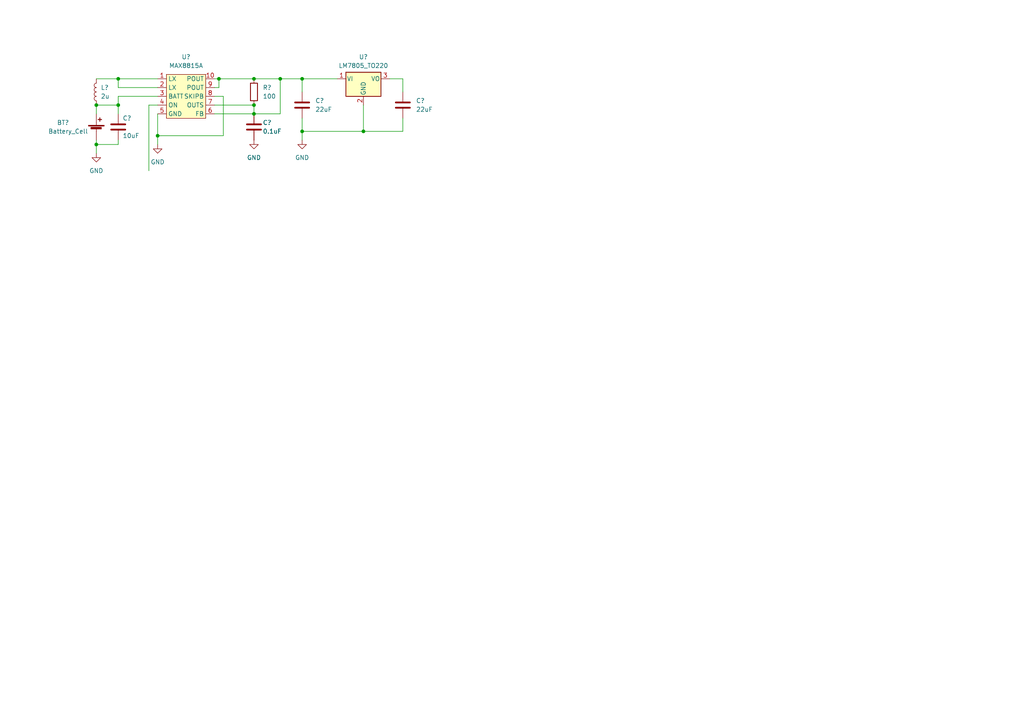
<source format=kicad_sch>
(kicad_sch (version 20211123) (generator eeschema)

  (uuid d00ccb50-7242-414f-b39f-a6e5aa4eb497)

  (paper "A4")

  (lib_symbols
    (symbol "BoostConverter:MAX8815A" (in_bom yes) (on_board yes)
      (property "Reference" "U" (id 0) (at -1.27 -8.89 0)
        (effects (font (size 1.27 1.27)))
      )
      (property "Value" "MAX8815A" (id 1) (at 0.1086 -10.5576 0)
        (effects (font (size 1.27 1.27)))
      )
      (property "Footprint" "" (id 2) (at 0 0 0)
        (effects (font (size 1.27 1.27)) hide)
      )
      (property "Datasheet" "" (id 3) (at 0 0 0)
        (effects (font (size 1.27 1.27)) hide)
      )
      (symbol "MAX8815A_0_1"
        (rectangle (start -5.08 5.08) (end 6.35 -7.62)
          (stroke (width 0) (type default) (color 0 0 0 0))
          (fill (type background))
        )
      )
      (symbol "MAX8815A_1_1"
        (pin power_in line (at -7.62 3.81 0) (length 2.54)
          (name "LX" (effects (font (size 1.27 1.27))))
          (number "1" (effects (font (size 1.27 1.27))))
        )
        (pin power_out line (at 8.89 3.81 180) (length 2.54)
          (name "POUT" (effects (font (size 1.27 1.27))))
          (number "10" (effects (font (size 1.27 1.27))))
        )
        (pin power_in line (at -7.62 1.27 0) (length 2.54)
          (name "LX" (effects (font (size 1.27 1.27))))
          (number "2" (effects (font (size 1.27 1.27))))
        )
        (pin power_in line (at -7.62 -1.27 0) (length 2.54)
          (name "BATT" (effects (font (size 1.27 1.27))))
          (number "3" (effects (font (size 1.27 1.27))))
        )
        (pin input line (at -7.62 -3.81 0) (length 2.54)
          (name "ON" (effects (font (size 1.27 1.27))))
          (number "4" (effects (font (size 1.27 1.27))))
        )
        (pin power_in line (at -7.62 -6.35 0) (length 2.54)
          (name "GND" (effects (font (size 1.27 1.27))))
          (number "5" (effects (font (size 1.27 1.27))))
        )
        (pin input line (at 8.89 -6.35 180) (length 2.54)
          (name "FB" (effects (font (size 1.27 1.27))))
          (number "6" (effects (font (size 1.27 1.27))))
        )
        (pin power_out line (at 8.89 -3.81 180) (length 2.54)
          (name "OUTS" (effects (font (size 1.27 1.27))))
          (number "7" (effects (font (size 1.27 1.27))))
        )
        (pin input line (at 8.89 -1.27 180) (length 2.54)
          (name "SKIPB" (effects (font (size 1.27 1.27))))
          (number "8" (effects (font (size 1.27 1.27))))
        )
        (pin power_out line (at 8.89 1.27 180) (length 2.54)
          (name "POUT" (effects (font (size 1.27 1.27))))
          (number "9" (effects (font (size 1.27 1.27))))
        )
      )
    )
    (symbol "Device:Battery_Cell" (pin_numbers hide) (pin_names (offset 0) hide) (in_bom yes) (on_board yes)
      (property "Reference" "BT" (id 0) (at 2.54 2.54 0)
        (effects (font (size 1.27 1.27)) (justify left))
      )
      (property "Value" "Battery_Cell" (id 1) (at 2.54 0 0)
        (effects (font (size 1.27 1.27)) (justify left))
      )
      (property "Footprint" "" (id 2) (at 0 1.524 90)
        (effects (font (size 1.27 1.27)) hide)
      )
      (property "Datasheet" "~" (id 3) (at 0 1.524 90)
        (effects (font (size 1.27 1.27)) hide)
      )
      (property "ki_keywords" "battery cell" (id 4) (at 0 0 0)
        (effects (font (size 1.27 1.27)) hide)
      )
      (property "ki_description" "Single-cell battery" (id 5) (at 0 0 0)
        (effects (font (size 1.27 1.27)) hide)
      )
      (symbol "Battery_Cell_0_1"
        (rectangle (start -2.286 1.778) (end 2.286 1.524)
          (stroke (width 0) (type default) (color 0 0 0 0))
          (fill (type outline))
        )
        (rectangle (start -1.5748 1.1938) (end 1.4732 0.6858)
          (stroke (width 0) (type default) (color 0 0 0 0))
          (fill (type outline))
        )
        (polyline
          (pts
            (xy 0 0.762)
            (xy 0 0)
          )
          (stroke (width 0) (type default) (color 0 0 0 0))
          (fill (type none))
        )
        (polyline
          (pts
            (xy 0 1.778)
            (xy 0 2.54)
          )
          (stroke (width 0) (type default) (color 0 0 0 0))
          (fill (type none))
        )
        (polyline
          (pts
            (xy 0.508 3.429)
            (xy 1.524 3.429)
          )
          (stroke (width 0.254) (type default) (color 0 0 0 0))
          (fill (type none))
        )
        (polyline
          (pts
            (xy 1.016 3.937)
            (xy 1.016 2.921)
          )
          (stroke (width 0.254) (type default) (color 0 0 0 0))
          (fill (type none))
        )
      )
      (symbol "Battery_Cell_1_1"
        (pin passive line (at 0 5.08 270) (length 2.54)
          (name "+" (effects (font (size 1.27 1.27))))
          (number "1" (effects (font (size 1.27 1.27))))
        )
        (pin passive line (at 0 -2.54 90) (length 2.54)
          (name "-" (effects (font (size 1.27 1.27))))
          (number "2" (effects (font (size 1.27 1.27))))
        )
      )
    )
    (symbol "Device:C" (pin_numbers hide) (pin_names (offset 0.254)) (in_bom yes) (on_board yes)
      (property "Reference" "C" (id 0) (at 0.635 2.54 0)
        (effects (font (size 1.27 1.27)) (justify left))
      )
      (property "Value" "C" (id 1) (at 0.635 -2.54 0)
        (effects (font (size 1.27 1.27)) (justify left))
      )
      (property "Footprint" "" (id 2) (at 0.9652 -3.81 0)
        (effects (font (size 1.27 1.27)) hide)
      )
      (property "Datasheet" "~" (id 3) (at 0 0 0)
        (effects (font (size 1.27 1.27)) hide)
      )
      (property "ki_keywords" "cap capacitor" (id 4) (at 0 0 0)
        (effects (font (size 1.27 1.27)) hide)
      )
      (property "ki_description" "Unpolarized capacitor" (id 5) (at 0 0 0)
        (effects (font (size 1.27 1.27)) hide)
      )
      (property "ki_fp_filters" "C_*" (id 6) (at 0 0 0)
        (effects (font (size 1.27 1.27)) hide)
      )
      (symbol "C_0_1"
        (polyline
          (pts
            (xy -2.032 -0.762)
            (xy 2.032 -0.762)
          )
          (stroke (width 0.508) (type default) (color 0 0 0 0))
          (fill (type none))
        )
        (polyline
          (pts
            (xy -2.032 0.762)
            (xy 2.032 0.762)
          )
          (stroke (width 0.508) (type default) (color 0 0 0 0))
          (fill (type none))
        )
      )
      (symbol "C_1_1"
        (pin passive line (at 0 3.81 270) (length 2.794)
          (name "~" (effects (font (size 1.27 1.27))))
          (number "1" (effects (font (size 1.27 1.27))))
        )
        (pin passive line (at 0 -3.81 90) (length 2.794)
          (name "~" (effects (font (size 1.27 1.27))))
          (number "2" (effects (font (size 1.27 1.27))))
        )
      )
    )
    (symbol "Device:L" (pin_numbers hide) (pin_names (offset 1.016) hide) (in_bom yes) (on_board yes)
      (property "Reference" "L" (id 0) (at -1.27 0 90)
        (effects (font (size 1.27 1.27)))
      )
      (property "Value" "L" (id 1) (at 1.905 0 90)
        (effects (font (size 1.27 1.27)))
      )
      (property "Footprint" "" (id 2) (at 0 0 0)
        (effects (font (size 1.27 1.27)) hide)
      )
      (property "Datasheet" "~" (id 3) (at 0 0 0)
        (effects (font (size 1.27 1.27)) hide)
      )
      (property "ki_keywords" "inductor choke coil reactor magnetic" (id 4) (at 0 0 0)
        (effects (font (size 1.27 1.27)) hide)
      )
      (property "ki_description" "Inductor" (id 5) (at 0 0 0)
        (effects (font (size 1.27 1.27)) hide)
      )
      (property "ki_fp_filters" "Choke_* *Coil* Inductor_* L_*" (id 6) (at 0 0 0)
        (effects (font (size 1.27 1.27)) hide)
      )
      (symbol "L_0_1"
        (arc (start 0 -2.54) (mid 0.635 -1.905) (end 0 -1.27)
          (stroke (width 0) (type default) (color 0 0 0 0))
          (fill (type none))
        )
        (arc (start 0 -1.27) (mid 0.635 -0.635) (end 0 0)
          (stroke (width 0) (type default) (color 0 0 0 0))
          (fill (type none))
        )
        (arc (start 0 0) (mid 0.635 0.635) (end 0 1.27)
          (stroke (width 0) (type default) (color 0 0 0 0))
          (fill (type none))
        )
        (arc (start 0 1.27) (mid 0.635 1.905) (end 0 2.54)
          (stroke (width 0) (type default) (color 0 0 0 0))
          (fill (type none))
        )
      )
      (symbol "L_1_1"
        (pin passive line (at 0 3.81 270) (length 1.27)
          (name "1" (effects (font (size 1.27 1.27))))
          (number "1" (effects (font (size 1.27 1.27))))
        )
        (pin passive line (at 0 -3.81 90) (length 1.27)
          (name "2" (effects (font (size 1.27 1.27))))
          (number "2" (effects (font (size 1.27 1.27))))
        )
      )
    )
    (symbol "Device:R" (pin_numbers hide) (pin_names (offset 0)) (in_bom yes) (on_board yes)
      (property "Reference" "R" (id 0) (at 2.032 0 90)
        (effects (font (size 1.27 1.27)))
      )
      (property "Value" "R" (id 1) (at 0 0 90)
        (effects (font (size 1.27 1.27)))
      )
      (property "Footprint" "" (id 2) (at -1.778 0 90)
        (effects (font (size 1.27 1.27)) hide)
      )
      (property "Datasheet" "~" (id 3) (at 0 0 0)
        (effects (font (size 1.27 1.27)) hide)
      )
      (property "ki_keywords" "R res resistor" (id 4) (at 0 0 0)
        (effects (font (size 1.27 1.27)) hide)
      )
      (property "ki_description" "Resistor" (id 5) (at 0 0 0)
        (effects (font (size 1.27 1.27)) hide)
      )
      (property "ki_fp_filters" "R_*" (id 6) (at 0 0 0)
        (effects (font (size 1.27 1.27)) hide)
      )
      (symbol "R_0_1"
        (rectangle (start -1.016 -2.54) (end 1.016 2.54)
          (stroke (width 0.254) (type default) (color 0 0 0 0))
          (fill (type none))
        )
      )
      (symbol "R_1_1"
        (pin passive line (at 0 3.81 270) (length 1.27)
          (name "~" (effects (font (size 1.27 1.27))))
          (number "1" (effects (font (size 1.27 1.27))))
        )
        (pin passive line (at 0 -3.81 90) (length 1.27)
          (name "~" (effects (font (size 1.27 1.27))))
          (number "2" (effects (font (size 1.27 1.27))))
        )
      )
    )
    (symbol "Regulator_Linear:LM7805_TO220" (pin_names (offset 0.254)) (in_bom yes) (on_board yes)
      (property "Reference" "U" (id 0) (at -3.81 3.175 0)
        (effects (font (size 1.27 1.27)))
      )
      (property "Value" "LM7805_TO220" (id 1) (at 0 3.175 0)
        (effects (font (size 1.27 1.27)) (justify left))
      )
      (property "Footprint" "Package_TO_SOT_THT:TO-220-3_Vertical" (id 2) (at 0 5.715 0)
        (effects (font (size 1.27 1.27) italic) hide)
      )
      (property "Datasheet" "https://www.onsemi.cn/PowerSolutions/document/MC7800-D.PDF" (id 3) (at 0 -1.27 0)
        (effects (font (size 1.27 1.27)) hide)
      )
      (property "ki_keywords" "Voltage Regulator 1A Positive" (id 4) (at 0 0 0)
        (effects (font (size 1.27 1.27)) hide)
      )
      (property "ki_description" "Positive 1A 35V Linear Regulator, Fixed Output 5V, TO-220" (id 5) (at 0 0 0)
        (effects (font (size 1.27 1.27)) hide)
      )
      (property "ki_fp_filters" "TO?220*" (id 6) (at 0 0 0)
        (effects (font (size 1.27 1.27)) hide)
      )
      (symbol "LM7805_TO220_0_1"
        (rectangle (start -5.08 1.905) (end 5.08 -5.08)
          (stroke (width 0.254) (type default) (color 0 0 0 0))
          (fill (type background))
        )
      )
      (symbol "LM7805_TO220_1_1"
        (pin power_in line (at -7.62 0 0) (length 2.54)
          (name "VI" (effects (font (size 1.27 1.27))))
          (number "1" (effects (font (size 1.27 1.27))))
        )
        (pin power_in line (at 0 -7.62 90) (length 2.54)
          (name "GND" (effects (font (size 1.27 1.27))))
          (number "2" (effects (font (size 1.27 1.27))))
        )
        (pin power_out line (at 7.62 0 180) (length 2.54)
          (name "VO" (effects (font (size 1.27 1.27))))
          (number "3" (effects (font (size 1.27 1.27))))
        )
      )
    )
    (symbol "power:GND" (power) (pin_names (offset 0)) (in_bom yes) (on_board yes)
      (property "Reference" "#PWR" (id 0) (at 0 -6.35 0)
        (effects (font (size 1.27 1.27)) hide)
      )
      (property "Value" "GND" (id 1) (at 0 -3.81 0)
        (effects (font (size 1.27 1.27)))
      )
      (property "Footprint" "" (id 2) (at 0 0 0)
        (effects (font (size 1.27 1.27)) hide)
      )
      (property "Datasheet" "" (id 3) (at 0 0 0)
        (effects (font (size 1.27 1.27)) hide)
      )
      (property "ki_keywords" "power-flag" (id 4) (at 0 0 0)
        (effects (font (size 1.27 1.27)) hide)
      )
      (property "ki_description" "Power symbol creates a global label with name \"GND\" , ground" (id 5) (at 0 0 0)
        (effects (font (size 1.27 1.27)) hide)
      )
      (symbol "GND_0_1"
        (polyline
          (pts
            (xy 0 0)
            (xy 0 -1.27)
            (xy 1.27 -1.27)
            (xy 0 -2.54)
            (xy -1.27 -1.27)
            (xy 0 -1.27)
          )
          (stroke (width 0) (type default) (color 0 0 0 0))
          (fill (type none))
        )
      )
      (symbol "GND_1_1"
        (pin power_in line (at 0 0 270) (length 0) hide
          (name "GND" (effects (font (size 1.27 1.27))))
          (number "1" (effects (font (size 1.27 1.27))))
        )
      )
    )
  )

  (junction (at 73.66 30.48) (diameter 0) (color 0 0 0 0)
    (uuid 0da76a11-40fc-4572-8f04-4c9c2b0ff155)
  )
  (junction (at 87.63 38.1) (diameter 0) (color 0 0 0 0)
    (uuid 2b22b423-6b81-490a-98fe-44682586d05f)
  )
  (junction (at 105.41 38.1) (diameter 0) (color 0 0 0 0)
    (uuid 3b8f749f-062c-4bd2-9830-e3ff4386c434)
  )
  (junction (at 45.72 39.37) (diameter 0) (color 0 0 0 0)
    (uuid 3e54a3db-8dc5-467d-9247-4dbd6f703a5c)
  )
  (junction (at 87.63 22.86) (diameter 0) (color 0 0 0 0)
    (uuid 52642cf0-7919-4244-87b2-eb872ea01b83)
  )
  (junction (at 34.29 22.86) (diameter 0) (color 0 0 0 0)
    (uuid 68b936be-0772-4cc9-b776-8a48036412f1)
  )
  (junction (at 27.94 30.48) (diameter 0) (color 0 0 0 0)
    (uuid 847db007-44f2-41d3-b859-031efade64fb)
  )
  (junction (at 27.94 41.91) (diameter 0) (color 0 0 0 0)
    (uuid 900f5f0b-5bb1-4fd2-981a-41d49612340b)
  )
  (junction (at 34.29 30.48) (diameter 0) (color 0 0 0 0)
    (uuid 9a7f444b-1098-425c-8f3a-d6b3f5964166)
  )
  (junction (at 81.28 22.86) (diameter 0) (color 0 0 0 0)
    (uuid a1dbb1c9-6a30-46bd-8b60-b3052c3fc960)
  )
  (junction (at 63.5 22.86) (diameter 0) (color 0 0 0 0)
    (uuid de02bf82-c524-4521-a9d9-f0ab84f09584)
  )
  (junction (at 73.66 22.86) (diameter 0) (color 0 0 0 0)
    (uuid f1d90487-40e2-4236-a857-5ec13730d47a)
  )
  (junction (at 73.66 33.02) (diameter 0) (color 0 0 0 0)
    (uuid f1ea9a82-0f49-432f-86a6-38d83b574ea4)
  )

  (wire (pts (xy 105.41 38.1) (xy 87.63 38.1))
    (stroke (width 0) (type default) (color 0 0 0 0))
    (uuid 05569e10-bee8-43b9-aa20-4f33b9c2940b)
  )
  (wire (pts (xy 73.66 22.86) (xy 81.28 22.86))
    (stroke (width 0) (type default) (color 0 0 0 0))
    (uuid 0ddabc30-ec78-4a51-bacc-0b3273f660b2)
  )
  (wire (pts (xy 116.84 38.1) (xy 105.41 38.1))
    (stroke (width 0) (type default) (color 0 0 0 0))
    (uuid 111e4c60-f837-467f-ab00-98c3890769b5)
  )
  (wire (pts (xy 73.66 33.02) (xy 73.66 30.48))
    (stroke (width 0) (type default) (color 0 0 0 0))
    (uuid 2cd5d764-f76e-4f2a-8434-c8dde7392359)
  )
  (wire (pts (xy 27.94 41.91) (xy 27.94 40.64))
    (stroke (width 0) (type default) (color 0 0 0 0))
    (uuid 2d164512-5a82-4826-9ee4-d299c6e6923e)
  )
  (wire (pts (xy 63.5 22.86) (xy 73.66 22.86))
    (stroke (width 0) (type default) (color 0 0 0 0))
    (uuid 2f067c77-0a25-4489-bd10-d804f4bd820c)
  )
  (wire (pts (xy 116.84 22.86) (xy 116.84 26.67))
    (stroke (width 0) (type default) (color 0 0 0 0))
    (uuid 2fae6199-1262-46ac-aeba-eea2cdb813a0)
  )
  (wire (pts (xy 81.28 22.86) (xy 87.63 22.86))
    (stroke (width 0) (type default) (color 0 0 0 0))
    (uuid 32be20c6-d280-40e2-8e0c-8dc5c60b0d32)
  )
  (wire (pts (xy 27.94 30.48) (xy 34.29 30.48))
    (stroke (width 0) (type default) (color 0 0 0 0))
    (uuid 4027ffa6-0323-4f32-841b-a03445f7f787)
  )
  (wire (pts (xy 87.63 22.86) (xy 97.79 22.86))
    (stroke (width 0) (type default) (color 0 0 0 0))
    (uuid 414669a0-7086-494b-9cab-7a959401ec56)
  )
  (wire (pts (xy 62.23 25.4) (xy 63.5 25.4))
    (stroke (width 0) (type default) (color 0 0 0 0))
    (uuid 41541485-2936-47ea-8d06-40b08ffb3373)
  )
  (wire (pts (xy 34.29 33.02) (xy 34.29 30.48))
    (stroke (width 0) (type default) (color 0 0 0 0))
    (uuid 47480483-07d9-4f7c-93a5-70031014f09f)
  )
  (wire (pts (xy 45.72 33.02) (xy 45.72 39.37))
    (stroke (width 0) (type default) (color 0 0 0 0))
    (uuid 47bd432b-d698-4f98-9e11-7804ff120cd8)
  )
  (wire (pts (xy 63.5 25.4) (xy 63.5 22.86))
    (stroke (width 0) (type default) (color 0 0 0 0))
    (uuid 4b0ed5ff-1aac-44e5-ad7a-f95662500952)
  )
  (wire (pts (xy 43.18 30.48) (xy 43.18 49.53))
    (stroke (width 0) (type default) (color 0 0 0 0))
    (uuid 4d4da63b-a36f-4b8e-889b-6ec5f3b3aa0b)
  )
  (wire (pts (xy 62.23 30.48) (xy 73.66 30.48))
    (stroke (width 0) (type default) (color 0 0 0 0))
    (uuid 621b23df-3920-4f5d-83d7-63a8437c8a16)
  )
  (wire (pts (xy 64.77 39.37) (xy 64.77 27.94))
    (stroke (width 0) (type default) (color 0 0 0 0))
    (uuid 6672c21e-2c69-4383-abfd-03a0a4120d75)
  )
  (wire (pts (xy 34.29 40.64) (xy 34.29 41.91))
    (stroke (width 0) (type default) (color 0 0 0 0))
    (uuid 72d66134-4387-459d-b132-512b91add4d7)
  )
  (wire (pts (xy 73.66 33.02) (xy 81.28 33.02))
    (stroke (width 0) (type default) (color 0 0 0 0))
    (uuid 73179906-cf27-42ed-a2b6-ed217a4998b6)
  )
  (wire (pts (xy 62.23 22.86) (xy 63.5 22.86))
    (stroke (width 0) (type default) (color 0 0 0 0))
    (uuid 7d471ae7-4490-4708-9e69-56df87ed1c23)
  )
  (wire (pts (xy 45.72 39.37) (xy 64.77 39.37))
    (stroke (width 0) (type default) (color 0 0 0 0))
    (uuid 7d5fced8-e7f5-4819-9584-d06dae495b4f)
  )
  (wire (pts (xy 27.94 41.91) (xy 34.29 41.91))
    (stroke (width 0) (type default) (color 0 0 0 0))
    (uuid 7fe29fda-d468-4996-8831-49bfb2c51c48)
  )
  (wire (pts (xy 87.63 38.1) (xy 87.63 40.64))
    (stroke (width 0) (type default) (color 0 0 0 0))
    (uuid 9586d280-d6b3-46a8-a674-a2a6dc5fa8d2)
  )
  (wire (pts (xy 27.94 30.48) (xy 27.94 33.02))
    (stroke (width 0) (type default) (color 0 0 0 0))
    (uuid 9bab4ac1-5005-44ee-8be1-3aad2a3b012c)
  )
  (wire (pts (xy 43.18 30.48) (xy 45.72 30.48))
    (stroke (width 0) (type default) (color 0 0 0 0))
    (uuid 9cd5e56e-5432-4fa0-ae1f-515e2f512c77)
  )
  (wire (pts (xy 27.94 44.45) (xy 27.94 41.91))
    (stroke (width 0) (type default) (color 0 0 0 0))
    (uuid abde6a16-5b25-4d2d-a656-45b5540a5ced)
  )
  (wire (pts (xy 34.29 25.4) (xy 45.72 25.4))
    (stroke (width 0) (type default) (color 0 0 0 0))
    (uuid b2eaa144-5814-46d9-a183-5c524525d352)
  )
  (wire (pts (xy 34.29 25.4) (xy 34.29 22.86))
    (stroke (width 0) (type default) (color 0 0 0 0))
    (uuid b43396ca-ea48-49f6-b48b-ef295071acc5)
  )
  (wire (pts (xy 27.94 22.86) (xy 34.29 22.86))
    (stroke (width 0) (type default) (color 0 0 0 0))
    (uuid bb6b2222-1959-4d9a-af03-14a4664944b8)
  )
  (wire (pts (xy 87.63 22.86) (xy 87.63 26.67))
    (stroke (width 0) (type default) (color 0 0 0 0))
    (uuid bbfa4d6b-09c4-4ff0-911e-f1b28ea2b15a)
  )
  (wire (pts (xy 105.41 30.48) (xy 105.41 38.1))
    (stroke (width 0) (type default) (color 0 0 0 0))
    (uuid c48cc149-dcf5-4d54-a162-0261a44da86f)
  )
  (wire (pts (xy 81.28 33.02) (xy 81.28 22.86))
    (stroke (width 0) (type default) (color 0 0 0 0))
    (uuid caeedc44-592f-4f3f-ad4b-16697e100aba)
  )
  (wire (pts (xy 34.29 27.94) (xy 34.29 30.48))
    (stroke (width 0) (type default) (color 0 0 0 0))
    (uuid d07a7f7a-4919-4d58-af86-c83b9c15c654)
  )
  (wire (pts (xy 34.29 27.94) (xy 45.72 27.94))
    (stroke (width 0) (type default) (color 0 0 0 0))
    (uuid d3aca014-7953-4640-a876-9da821b49242)
  )
  (wire (pts (xy 62.23 27.94) (xy 64.77 27.94))
    (stroke (width 0) (type default) (color 0 0 0 0))
    (uuid d801585f-69ab-4591-94a6-6ec995d9d8fa)
  )
  (wire (pts (xy 34.29 22.86) (xy 45.72 22.86))
    (stroke (width 0) (type default) (color 0 0 0 0))
    (uuid d82e7790-0753-4656-bd54-96610a934133)
  )
  (wire (pts (xy 62.23 33.02) (xy 73.66 33.02))
    (stroke (width 0) (type default) (color 0 0 0 0))
    (uuid e096ef24-0e54-4079-88bd-c17499923535)
  )
  (wire (pts (xy 113.03 22.86) (xy 116.84 22.86))
    (stroke (width 0) (type default) (color 0 0 0 0))
    (uuid e1f6eeac-ee4a-4499-a030-3ce5d801a371)
  )
  (wire (pts (xy 116.84 34.29) (xy 116.84 38.1))
    (stroke (width 0) (type default) (color 0 0 0 0))
    (uuid e541f8a5-ddef-425f-85cd-4ee55042eeb1)
  )
  (wire (pts (xy 45.72 39.37) (xy 45.72 41.91))
    (stroke (width 0) (type default) (color 0 0 0 0))
    (uuid f384d83f-91be-43f9-8f6b-480eb2a73bf5)
  )
  (wire (pts (xy 87.63 34.29) (xy 87.63 38.1))
    (stroke (width 0) (type default) (color 0 0 0 0))
    (uuid ffb1275a-5b4b-4b64-bafb-6b81633092eb)
  )

  (symbol (lib_id "Device:R") (at 73.66 26.67 0) (unit 1)
    (in_bom yes) (on_board yes) (fields_autoplaced)
    (uuid 0479c1e9-701e-477b-8b5b-a7fd4b6d5b65)
    (property "Reference" "R?" (id 0) (at 76.2 25.3999 0)
      (effects (font (size 1.27 1.27)) (justify left))
    )
    (property "Value" "100" (id 1) (at 76.2 27.9399 0)
      (effects (font (size 1.27 1.27)) (justify left))
    )
    (property "Footprint" "" (id 2) (at 71.882 26.67 90)
      (effects (font (size 1.27 1.27)) hide)
    )
    (property "Datasheet" "~" (id 3) (at 73.66 26.67 0)
      (effects (font (size 1.27 1.27)) hide)
    )
    (pin "1" (uuid 6a0866b6-83b2-453a-91ff-6216fc1e5b3b))
    (pin "2" (uuid b774eb5a-f1f8-44db-a5bc-4f97870ee67e))
  )

  (symbol (lib_id "Device:Battery_Cell") (at 27.94 38.1 0) (unit 1)
    (in_bom yes) (on_board yes)
    (uuid 30066f24-5a22-4837-b25f-1b6923ccd81f)
    (property "Reference" "BT?" (id 0) (at 16.51 35.56 0)
      (effects (font (size 1.27 1.27)) (justify left))
    )
    (property "Value" "Battery_Cell" (id 1) (at 13.97 38.1 0)
      (effects (font (size 1.27 1.27)) (justify left))
    )
    (property "Footprint" "" (id 2) (at 27.94 36.576 90)
      (effects (font (size 1.27 1.27)) hide)
    )
    (property "Datasheet" "~" (id 3) (at 27.94 36.576 90)
      (effects (font (size 1.27 1.27)) hide)
    )
    (pin "1" (uuid d8c13d7e-f9de-45bb-b905-a210a23b2ed7))
    (pin "2" (uuid 307b6586-2353-43d4-b74c-09e978a653d9))
  )

  (symbol (lib_id "Device:C") (at 34.29 36.83 0) (unit 1)
    (in_bom yes) (on_board yes)
    (uuid 40523e18-ecf4-4b19-8645-1313065493fa)
    (property "Reference" "C?" (id 0) (at 35.56 34.29 0)
      (effects (font (size 1.27 1.27)) (justify left))
    )
    (property "Value" "10uF" (id 1) (at 35.56 39.37 0)
      (effects (font (size 1.27 1.27)) (justify left))
    )
    (property "Footprint" "" (id 2) (at 35.2552 40.64 0)
      (effects (font (size 1.27 1.27)) hide)
    )
    (property "Datasheet" "~" (id 3) (at 34.29 36.83 0)
      (effects (font (size 1.27 1.27)) hide)
    )
    (pin "1" (uuid ece6eb1b-3a91-48bc-a0da-ccb125a3d106))
    (pin "2" (uuid a0b44dde-ff1c-4f00-8b4a-312e87b8907d))
  )

  (symbol (lib_id "power:GND") (at 73.66 40.64 0) (unit 1)
    (in_bom yes) (on_board yes)
    (uuid 454b2983-a92c-4e31-ae52-6d9720de61ab)
    (property "Reference" "#PWR?" (id 0) (at 73.66 46.99 0)
      (effects (font (size 1.27 1.27)) hide)
    )
    (property "Value" "GND" (id 1) (at 73.66 45.72 0))
    (property "Footprint" "" (id 2) (at 73.66 40.64 0)
      (effects (font (size 1.27 1.27)) hide)
    )
    (property "Datasheet" "" (id 3) (at 73.66 40.64 0)
      (effects (font (size 1.27 1.27)) hide)
    )
    (pin "1" (uuid 964e09fe-4910-4c15-9f74-200b9097ad4e))
  )

  (symbol (lib_id "BoostConverter:MAX8815A") (at 53.34 26.67 0) (unit 1)
    (in_bom yes) (on_board yes) (fields_autoplaced)
    (uuid 4b2ac369-827b-4d6a-9b1d-57c432b4a513)
    (property "Reference" "U?" (id 0) (at 53.975 16.51 0))
    (property "Value" "MAX8815A" (id 1) (at 53.975 19.05 0))
    (property "Footprint" "" (id 2) (at 53.34 26.67 0)
      (effects (font (size 1.27 1.27)) hide)
    )
    (property "Datasheet" "" (id 3) (at 53.34 26.67 0)
      (effects (font (size 1.27 1.27)) hide)
    )
    (pin "1" (uuid ed2bb1ae-d9f3-4db7-8864-ca925386f59f))
    (pin "10" (uuid 81d2294f-6397-45c1-877d-614ef602a235))
    (pin "2" (uuid f4e99b24-0359-4a98-8d8c-a515429182f7))
    (pin "3" (uuid 433675bf-e830-4adf-80e3-cf33ad408ab3))
    (pin "4" (uuid 78de7a83-0a7e-4685-9817-8dc14655b89a))
    (pin "5" (uuid b5d1e8f9-b354-4368-a7a7-42de705d9b47))
    (pin "6" (uuid 85b9985a-0fb2-4f62-8b34-f9e127006c21))
    (pin "7" (uuid d672011e-55d7-4806-a96a-f12f350db32f))
    (pin "8" (uuid 54974003-f042-4a7d-8518-e69f21dc4af1))
    (pin "9" (uuid 40380eb7-da29-44d4-af0a-fa5056914511))
  )

  (symbol (lib_id "Regulator_Linear:LM7805_TO220") (at 105.41 22.86 0) (unit 1)
    (in_bom yes) (on_board yes)
    (uuid 6a20ea50-822d-4979-a7b5-d8e966049eaa)
    (property "Reference" "U?" (id 0) (at 105.41 16.51 0))
    (property "Value" "LM7805_TO220" (id 1) (at 105.41 19.05 0))
    (property "Footprint" "Package_TO_SOT_THT:TO-220-3_Vertical" (id 2) (at 105.41 17.145 0)
      (effects (font (size 1.27 1.27) italic) hide)
    )
    (property "Datasheet" "https://www.onsemi.cn/PowerSolutions/document/MC7800-D.PDF" (id 3) (at 105.41 24.13 0)
      (effects (font (size 1.27 1.27)) hide)
    )
    (pin "1" (uuid 62837c90-a44c-4f0a-8cfb-1189b9605de0))
    (pin "2" (uuid f21666d4-a66b-4de9-8da9-ab6928821c7d))
    (pin "3" (uuid 1c8ece7d-054f-46fc-845a-a79a2ee55c97))
  )

  (symbol (lib_id "power:GND") (at 45.72 41.91 0) (unit 1)
    (in_bom yes) (on_board yes) (fields_autoplaced)
    (uuid a41231d2-d524-4831-a23c-b2528595bfaa)
    (property "Reference" "#PWR?" (id 0) (at 45.72 48.26 0)
      (effects (font (size 1.27 1.27)) hide)
    )
    (property "Value" "GND" (id 1) (at 45.72 46.99 0))
    (property "Footprint" "" (id 2) (at 45.72 41.91 0)
      (effects (font (size 1.27 1.27)) hide)
    )
    (property "Datasheet" "" (id 3) (at 45.72 41.91 0)
      (effects (font (size 1.27 1.27)) hide)
    )
    (pin "1" (uuid f8ee2fe4-fa5d-46e2-87d2-675776e3d93b))
  )

  (symbol (lib_id "Device:L") (at 27.94 26.67 180) (unit 1)
    (in_bom yes) (on_board yes) (fields_autoplaced)
    (uuid a53773e3-69e2-44ee-b1f9-d2dd02ee1474)
    (property "Reference" "L?" (id 0) (at 29.21 25.3999 0)
      (effects (font (size 1.27 1.27)) (justify right))
    )
    (property "Value" "2u" (id 1) (at 29.21 27.9399 0)
      (effects (font (size 1.27 1.27)) (justify right))
    )
    (property "Footprint" "" (id 2) (at 27.94 26.67 0)
      (effects (font (size 1.27 1.27)) hide)
    )
    (property "Datasheet" "~" (id 3) (at 27.94 26.67 0)
      (effects (font (size 1.27 1.27)) hide)
    )
    (pin "1" (uuid 216b3735-4f64-41e7-894b-b498eaf56dd5))
    (pin "2" (uuid 7a14db93-e4d3-4716-9ac4-8e71183c4ea5))
  )

  (symbol (lib_id "Device:C") (at 87.63 30.48 0) (unit 1)
    (in_bom yes) (on_board yes) (fields_autoplaced)
    (uuid abe24ce9-6aef-4500-973b-994b01b813a0)
    (property "Reference" "C?" (id 0) (at 91.44 29.2099 0)
      (effects (font (size 1.27 1.27)) (justify left))
    )
    (property "Value" "22uF" (id 1) (at 91.44 31.7499 0)
      (effects (font (size 1.27 1.27)) (justify left))
    )
    (property "Footprint" "" (id 2) (at 88.5952 34.29 0)
      (effects (font (size 1.27 1.27)) hide)
    )
    (property "Datasheet" "~" (id 3) (at 87.63 30.48 0)
      (effects (font (size 1.27 1.27)) hide)
    )
    (pin "1" (uuid d7d0dddc-501c-4ed4-a412-78e39fb8e5c9))
    (pin "2" (uuid 17c4911b-73a4-499e-9e93-344feb86779c))
  )

  (symbol (lib_id "power:GND") (at 87.63 40.64 0) (unit 1)
    (in_bom yes) (on_board yes)
    (uuid aeb21a3a-fd29-4710-8d45-9a64475a5de3)
    (property "Reference" "#PWR?" (id 0) (at 87.63 46.99 0)
      (effects (font (size 1.27 1.27)) hide)
    )
    (property "Value" "GND" (id 1) (at 87.63 45.72 0))
    (property "Footprint" "" (id 2) (at 87.63 40.64 0)
      (effects (font (size 1.27 1.27)) hide)
    )
    (property "Datasheet" "" (id 3) (at 87.63 40.64 0)
      (effects (font (size 1.27 1.27)) hide)
    )
    (pin "1" (uuid 5d88bf01-02c2-43eb-8560-1eec9d5b1656))
  )

  (symbol (lib_id "Device:C") (at 73.66 36.83 0) (unit 1)
    (in_bom yes) (on_board yes)
    (uuid c9c9a415-5382-4407-bcba-66dec5b6d324)
    (property "Reference" "C?" (id 0) (at 76.2 35.56 0)
      (effects (font (size 1.27 1.27)) (justify left))
    )
    (property "Value" "0.1uF" (id 1) (at 76.2 38.1 0)
      (effects (font (size 1.27 1.27)) (justify left))
    )
    (property "Footprint" "" (id 2) (at 74.6252 40.64 0)
      (effects (font (size 1.27 1.27)) hide)
    )
    (property "Datasheet" "~" (id 3) (at 73.66 36.83 0)
      (effects (font (size 1.27 1.27)) hide)
    )
    (pin "1" (uuid 2d786d5a-926f-4b83-abe6-8cc3960fdc5b))
    (pin "2" (uuid 2be7af22-1f39-4dfc-9d40-3ceb2f4c8dfe))
  )

  (symbol (lib_id "Device:C") (at 116.84 30.48 0) (unit 1)
    (in_bom yes) (on_board yes) (fields_autoplaced)
    (uuid e026f640-6f23-4e0c-a902-54841800858d)
    (property "Reference" "C?" (id 0) (at 120.65 29.2099 0)
      (effects (font (size 1.27 1.27)) (justify left))
    )
    (property "Value" "22uF" (id 1) (at 120.65 31.7499 0)
      (effects (font (size 1.27 1.27)) (justify left))
    )
    (property "Footprint" "" (id 2) (at 117.8052 34.29 0)
      (effects (font (size 1.27 1.27)) hide)
    )
    (property "Datasheet" "~" (id 3) (at 116.84 30.48 0)
      (effects (font (size 1.27 1.27)) hide)
    )
    (pin "1" (uuid 8f2c1061-dd19-40d1-a9ca-b658e258919a))
    (pin "2" (uuid d47564d9-f885-4bd8-9462-25e7db39e7bb))
  )

  (symbol (lib_id "power:GND") (at 27.94 44.45 0) (unit 1)
    (in_bom yes) (on_board yes) (fields_autoplaced)
    (uuid fb48270b-a499-4f5b-b434-58b61f35a987)
    (property "Reference" "#PWR?" (id 0) (at 27.94 50.8 0)
      (effects (font (size 1.27 1.27)) hide)
    )
    (property "Value" "GND" (id 1) (at 27.94 49.53 0))
    (property "Footprint" "" (id 2) (at 27.94 44.45 0)
      (effects (font (size 1.27 1.27)) hide)
    )
    (property "Datasheet" "" (id 3) (at 27.94 44.45 0)
      (effects (font (size 1.27 1.27)) hide)
    )
    (pin "1" (uuid 8b704363-683c-4055-82f6-7b436488e805))
  )

  (sheet_instances
    (path "/" (page "1"))
  )

  (symbol_instances
    (path "/454b2983-a92c-4e31-ae52-6d9720de61ab"
      (reference "#PWR?") (unit 1) (value "GND") (footprint "")
    )
    (path "/a41231d2-d524-4831-a23c-b2528595bfaa"
      (reference "#PWR?") (unit 1) (value "GND") (footprint "")
    )
    (path "/aeb21a3a-fd29-4710-8d45-9a64475a5de3"
      (reference "#PWR?") (unit 1) (value "GND") (footprint "")
    )
    (path "/fb48270b-a499-4f5b-b434-58b61f35a987"
      (reference "#PWR?") (unit 1) (value "GND") (footprint "")
    )
    (path "/30066f24-5a22-4837-b25f-1b6923ccd81f"
      (reference "BT?") (unit 1) (value "Battery_Cell") (footprint "")
    )
    (path "/40523e18-ecf4-4b19-8645-1313065493fa"
      (reference "C?") (unit 1) (value "10uF") (footprint "")
    )
    (path "/abe24ce9-6aef-4500-973b-994b01b813a0"
      (reference "C?") (unit 1) (value "22uF") (footprint "")
    )
    (path "/c9c9a415-5382-4407-bcba-66dec5b6d324"
      (reference "C?") (unit 1) (value "0.1uF") (footprint "")
    )
    (path "/e026f640-6f23-4e0c-a902-54841800858d"
      (reference "C?") (unit 1) (value "22uF") (footprint "")
    )
    (path "/a53773e3-69e2-44ee-b1f9-d2dd02ee1474"
      (reference "L?") (unit 1) (value "2u") (footprint "")
    )
    (path "/0479c1e9-701e-477b-8b5b-a7fd4b6d5b65"
      (reference "R?") (unit 1) (value "100") (footprint "")
    )
    (path "/4b2ac369-827b-4d6a-9b1d-57c432b4a513"
      (reference "U?") (unit 1) (value "MAX8815A") (footprint "")
    )
    (path "/6a20ea50-822d-4979-a7b5-d8e966049eaa"
      (reference "U?") (unit 1) (value "LM7805_TO220") (footprint "Package_TO_SOT_THT:TO-220-3_Vertical")
    )
  )
)

</source>
